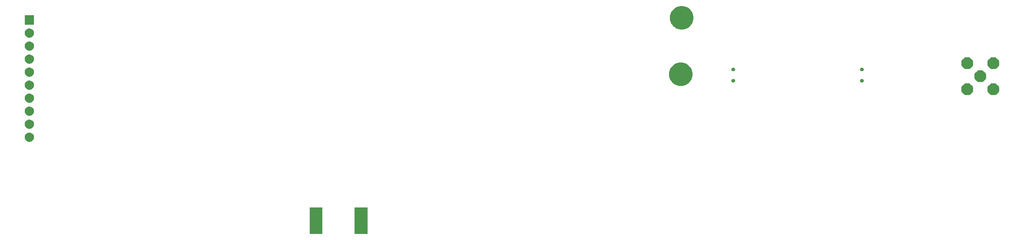
<source format=gbr>
G04 #@! TF.GenerationSoftware,KiCad,Pcbnew,5.1.5-52549c5~84~ubuntu18.04.1*
G04 #@! TF.CreationDate,2020-05-02T14:29:48+09:30*
G04 #@! TF.ProjectId,FrontEndMain,46726f6e-7445-46e6-944d-61696e2e6b69,rev?*
G04 #@! TF.SameCoordinates,Original*
G04 #@! TF.FileFunction,Soldermask,Bot*
G04 #@! TF.FilePolarity,Negative*
%FSLAX46Y46*%
G04 Gerber Fmt 4.6, Leading zero omitted, Abs format (unit mm)*
G04 Created by KiCad (PCBNEW 5.1.5-52549c5~84~ubuntu18.04.1) date 2020-05-02 14:29:48*
%MOMM*%
%LPD*%
G04 APERTURE LIST*
%ADD10C,0.100000*%
G04 APERTURE END LIST*
D10*
G36*
X109341000Y-102791000D02*
G01*
X106819000Y-102791000D01*
X106819000Y-97609000D01*
X109341000Y-97609000D01*
X109341000Y-102791000D01*
G37*
G36*
X100581000Y-102791000D02*
G01*
X98059000Y-102791000D01*
X98059000Y-97609000D01*
X100581000Y-97609000D01*
X100581000Y-102791000D01*
G37*
G36*
X43613512Y-83003927D02*
G01*
X43762812Y-83033624D01*
X43926784Y-83101544D01*
X44074354Y-83200147D01*
X44199853Y-83325646D01*
X44298456Y-83473216D01*
X44366376Y-83637188D01*
X44401000Y-83811259D01*
X44401000Y-83988741D01*
X44366376Y-84162812D01*
X44298456Y-84326784D01*
X44199853Y-84474354D01*
X44074354Y-84599853D01*
X43926784Y-84698456D01*
X43762812Y-84766376D01*
X43613512Y-84796073D01*
X43588742Y-84801000D01*
X43411258Y-84801000D01*
X43386488Y-84796073D01*
X43237188Y-84766376D01*
X43073216Y-84698456D01*
X42925646Y-84599853D01*
X42800147Y-84474354D01*
X42701544Y-84326784D01*
X42633624Y-84162812D01*
X42599000Y-83988741D01*
X42599000Y-83811259D01*
X42633624Y-83637188D01*
X42701544Y-83473216D01*
X42800147Y-83325646D01*
X42925646Y-83200147D01*
X43073216Y-83101544D01*
X43237188Y-83033624D01*
X43386488Y-83003927D01*
X43411258Y-82999000D01*
X43588742Y-82999000D01*
X43613512Y-83003927D01*
G37*
G36*
X43613512Y-80463927D02*
G01*
X43762812Y-80493624D01*
X43926784Y-80561544D01*
X44074354Y-80660147D01*
X44199853Y-80785646D01*
X44298456Y-80933216D01*
X44366376Y-81097188D01*
X44401000Y-81271259D01*
X44401000Y-81448741D01*
X44366376Y-81622812D01*
X44298456Y-81786784D01*
X44199853Y-81934354D01*
X44074354Y-82059853D01*
X43926784Y-82158456D01*
X43762812Y-82226376D01*
X43613512Y-82256073D01*
X43588742Y-82261000D01*
X43411258Y-82261000D01*
X43386488Y-82256073D01*
X43237188Y-82226376D01*
X43073216Y-82158456D01*
X42925646Y-82059853D01*
X42800147Y-81934354D01*
X42701544Y-81786784D01*
X42633624Y-81622812D01*
X42599000Y-81448741D01*
X42599000Y-81271259D01*
X42633624Y-81097188D01*
X42701544Y-80933216D01*
X42800147Y-80785646D01*
X42925646Y-80660147D01*
X43073216Y-80561544D01*
X43237188Y-80493624D01*
X43386488Y-80463927D01*
X43411258Y-80459000D01*
X43588742Y-80459000D01*
X43613512Y-80463927D01*
G37*
G36*
X43613512Y-77923927D02*
G01*
X43762812Y-77953624D01*
X43926784Y-78021544D01*
X44074354Y-78120147D01*
X44199853Y-78245646D01*
X44298456Y-78393216D01*
X44366376Y-78557188D01*
X44401000Y-78731259D01*
X44401000Y-78908741D01*
X44366376Y-79082812D01*
X44298456Y-79246784D01*
X44199853Y-79394354D01*
X44074354Y-79519853D01*
X43926784Y-79618456D01*
X43762812Y-79686376D01*
X43613512Y-79716073D01*
X43588742Y-79721000D01*
X43411258Y-79721000D01*
X43386488Y-79716073D01*
X43237188Y-79686376D01*
X43073216Y-79618456D01*
X42925646Y-79519853D01*
X42800147Y-79394354D01*
X42701544Y-79246784D01*
X42633624Y-79082812D01*
X42599000Y-78908741D01*
X42599000Y-78731259D01*
X42633624Y-78557188D01*
X42701544Y-78393216D01*
X42800147Y-78245646D01*
X42925646Y-78120147D01*
X43073216Y-78021544D01*
X43237188Y-77953624D01*
X43386488Y-77923927D01*
X43411258Y-77919000D01*
X43588742Y-77919000D01*
X43613512Y-77923927D01*
G37*
G36*
X43613512Y-75383927D02*
G01*
X43762812Y-75413624D01*
X43926784Y-75481544D01*
X44074354Y-75580147D01*
X44199853Y-75705646D01*
X44298456Y-75853216D01*
X44366376Y-76017188D01*
X44401000Y-76191259D01*
X44401000Y-76368741D01*
X44366376Y-76542812D01*
X44298456Y-76706784D01*
X44199853Y-76854354D01*
X44074354Y-76979853D01*
X43926784Y-77078456D01*
X43762812Y-77146376D01*
X43613512Y-77176073D01*
X43588742Y-77181000D01*
X43411258Y-77181000D01*
X43386488Y-77176073D01*
X43237188Y-77146376D01*
X43073216Y-77078456D01*
X42925646Y-76979853D01*
X42800147Y-76854354D01*
X42701544Y-76706784D01*
X42633624Y-76542812D01*
X42599000Y-76368741D01*
X42599000Y-76191259D01*
X42633624Y-76017188D01*
X42701544Y-75853216D01*
X42800147Y-75705646D01*
X42925646Y-75580147D01*
X43073216Y-75481544D01*
X43237188Y-75413624D01*
X43386488Y-75383927D01*
X43411258Y-75379000D01*
X43588742Y-75379000D01*
X43613512Y-75383927D01*
G37*
G36*
X231331560Y-73379064D02*
G01*
X231483027Y-73409193D01*
X231697045Y-73497842D01*
X231697046Y-73497843D01*
X231889654Y-73626539D01*
X232053461Y-73790346D01*
X232079116Y-73828742D01*
X232182158Y-73982955D01*
X232270807Y-74196973D01*
X232316000Y-74424174D01*
X232316000Y-74655826D01*
X232270807Y-74883027D01*
X232182158Y-75097045D01*
X232182157Y-75097046D01*
X232053461Y-75289654D01*
X231889654Y-75453461D01*
X231761249Y-75539258D01*
X231697045Y-75582158D01*
X231483027Y-75670807D01*
X231331560Y-75700936D01*
X231255827Y-75716000D01*
X231024173Y-75716000D01*
X230948440Y-75700936D01*
X230796973Y-75670807D01*
X230582955Y-75582158D01*
X230518751Y-75539258D01*
X230390346Y-75453461D01*
X230226539Y-75289654D01*
X230097843Y-75097046D01*
X230097842Y-75097045D01*
X230009193Y-74883027D01*
X229964000Y-74655826D01*
X229964000Y-74424174D01*
X230009193Y-74196973D01*
X230097842Y-73982955D01*
X230200884Y-73828742D01*
X230226539Y-73790346D01*
X230390346Y-73626539D01*
X230582954Y-73497843D01*
X230582955Y-73497842D01*
X230796973Y-73409193D01*
X230948440Y-73379064D01*
X231024173Y-73364000D01*
X231255827Y-73364000D01*
X231331560Y-73379064D01*
G37*
G36*
X226251560Y-73379064D02*
G01*
X226403027Y-73409193D01*
X226617045Y-73497842D01*
X226617046Y-73497843D01*
X226809654Y-73626539D01*
X226973461Y-73790346D01*
X226999116Y-73828742D01*
X227102158Y-73982955D01*
X227190807Y-74196973D01*
X227236000Y-74424174D01*
X227236000Y-74655826D01*
X227190807Y-74883027D01*
X227102158Y-75097045D01*
X227102157Y-75097046D01*
X226973461Y-75289654D01*
X226809654Y-75453461D01*
X226681249Y-75539258D01*
X226617045Y-75582158D01*
X226403027Y-75670807D01*
X226251560Y-75700936D01*
X226175827Y-75716000D01*
X225944173Y-75716000D01*
X225868440Y-75700936D01*
X225716973Y-75670807D01*
X225502955Y-75582158D01*
X225438751Y-75539258D01*
X225310346Y-75453461D01*
X225146539Y-75289654D01*
X225017843Y-75097046D01*
X225017842Y-75097045D01*
X224929193Y-74883027D01*
X224884000Y-74655826D01*
X224884000Y-74424174D01*
X224929193Y-74196973D01*
X225017842Y-73982955D01*
X225120884Y-73828742D01*
X225146539Y-73790346D01*
X225310346Y-73626539D01*
X225502954Y-73497843D01*
X225502955Y-73497842D01*
X225716973Y-73409193D01*
X225868440Y-73379064D01*
X225944173Y-73364000D01*
X226175827Y-73364000D01*
X226251560Y-73379064D01*
G37*
G36*
X43613512Y-72843927D02*
G01*
X43762812Y-72873624D01*
X43926784Y-72941544D01*
X44074354Y-73040147D01*
X44199853Y-73165646D01*
X44298456Y-73313216D01*
X44366376Y-73477188D01*
X44401000Y-73651259D01*
X44401000Y-73828741D01*
X44366376Y-74002812D01*
X44298456Y-74166784D01*
X44199853Y-74314354D01*
X44074354Y-74439853D01*
X43926784Y-74538456D01*
X43762812Y-74606376D01*
X43613512Y-74636073D01*
X43588742Y-74641000D01*
X43411258Y-74641000D01*
X43386488Y-74636073D01*
X43237188Y-74606376D01*
X43073216Y-74538456D01*
X42925646Y-74439853D01*
X42800147Y-74314354D01*
X42701544Y-74166784D01*
X42633624Y-74002812D01*
X42599000Y-73828741D01*
X42599000Y-73651259D01*
X42633624Y-73477188D01*
X42701544Y-73313216D01*
X42800147Y-73165646D01*
X42925646Y-73040147D01*
X43073216Y-72941544D01*
X43237188Y-72873624D01*
X43386488Y-72843927D01*
X43411258Y-72839000D01*
X43588742Y-72839000D01*
X43613512Y-72843927D01*
G37*
G36*
X170971304Y-69387002D02*
G01*
X171390139Y-69560489D01*
X171390141Y-69560490D01*
X171413094Y-69575827D01*
X171767082Y-69812354D01*
X172087646Y-70132918D01*
X172198618Y-70299000D01*
X172334364Y-70502157D01*
X172339511Y-70509861D01*
X172512998Y-70928696D01*
X172601440Y-71373327D01*
X172601440Y-71826673D01*
X172512998Y-72271304D01*
X172393616Y-72559518D01*
X172339510Y-72690141D01*
X172299743Y-72749656D01*
X172087646Y-73067082D01*
X171767082Y-73387646D01*
X171633073Y-73477188D01*
X171390141Y-73639510D01*
X171390140Y-73639511D01*
X171390139Y-73639511D01*
X170971304Y-73812998D01*
X170526673Y-73901440D01*
X170073327Y-73901440D01*
X169628696Y-73812998D01*
X169209861Y-73639511D01*
X169209860Y-73639511D01*
X169209859Y-73639510D01*
X168966927Y-73477188D01*
X168832918Y-73387646D01*
X168512354Y-73067082D01*
X168300257Y-72749656D01*
X168260490Y-72690141D01*
X168206384Y-72559518D01*
X168087002Y-72271304D01*
X167998560Y-71826673D01*
X167998560Y-71373327D01*
X168087002Y-70928696D01*
X168260489Y-70509861D01*
X168265637Y-70502157D01*
X168401382Y-70299000D01*
X168512354Y-70132918D01*
X168832918Y-69812354D01*
X169186906Y-69575827D01*
X169209859Y-69560490D01*
X169209861Y-69560489D01*
X169628696Y-69387002D01*
X170073327Y-69298560D01*
X170526673Y-69298560D01*
X170971304Y-69387002D01*
G37*
G36*
X205668842Y-72532680D02*
G01*
X205733629Y-72559516D01*
X205791937Y-72598476D01*
X205841524Y-72648063D01*
X205880484Y-72706371D01*
X205907320Y-72771158D01*
X205921000Y-72839937D01*
X205921000Y-72910063D01*
X205907320Y-72978842D01*
X205880484Y-73043629D01*
X205841524Y-73101937D01*
X205791937Y-73151524D01*
X205733629Y-73190484D01*
X205668842Y-73217320D01*
X205600063Y-73231000D01*
X205529937Y-73231000D01*
X205461158Y-73217320D01*
X205396371Y-73190484D01*
X205338063Y-73151524D01*
X205288476Y-73101937D01*
X205249516Y-73043629D01*
X205222680Y-72978842D01*
X205209000Y-72910063D01*
X205209000Y-72839937D01*
X205222680Y-72771158D01*
X205249516Y-72706371D01*
X205288476Y-72648063D01*
X205338063Y-72598476D01*
X205396371Y-72559516D01*
X205461158Y-72532680D01*
X205529937Y-72519000D01*
X205600063Y-72519000D01*
X205668842Y-72532680D01*
G37*
G36*
X180623842Y-72532680D02*
G01*
X180688629Y-72559516D01*
X180746937Y-72598476D01*
X180796524Y-72648063D01*
X180835484Y-72706371D01*
X180862320Y-72771158D01*
X180876000Y-72839937D01*
X180876000Y-72910063D01*
X180862320Y-72978842D01*
X180835484Y-73043629D01*
X180796524Y-73101937D01*
X180746937Y-73151524D01*
X180688629Y-73190484D01*
X180623842Y-73217320D01*
X180555063Y-73231000D01*
X180484937Y-73231000D01*
X180416158Y-73217320D01*
X180351371Y-73190484D01*
X180293063Y-73151524D01*
X180243476Y-73101937D01*
X180204516Y-73043629D01*
X180177680Y-72978842D01*
X180164000Y-72910063D01*
X180164000Y-72839937D01*
X180177680Y-72771158D01*
X180204516Y-72706371D01*
X180243476Y-72648063D01*
X180293063Y-72598476D01*
X180351371Y-72559516D01*
X180416158Y-72532680D01*
X180484937Y-72519000D01*
X180555063Y-72519000D01*
X180623842Y-72532680D01*
G37*
G36*
X228791560Y-70839064D02*
G01*
X228943027Y-70869193D01*
X229157045Y-70957842D01*
X229157046Y-70957843D01*
X229349654Y-71086539D01*
X229513461Y-71250346D01*
X229539116Y-71288742D01*
X229642158Y-71442955D01*
X229730807Y-71656973D01*
X229776000Y-71884174D01*
X229776000Y-72115826D01*
X229730807Y-72343027D01*
X229642158Y-72557045D01*
X229599258Y-72621249D01*
X229513461Y-72749654D01*
X229349654Y-72913461D01*
X229251805Y-72978841D01*
X229157045Y-73042158D01*
X228943027Y-73130807D01*
X228838875Y-73151524D01*
X228715827Y-73176000D01*
X228484173Y-73176000D01*
X228361125Y-73151524D01*
X228256973Y-73130807D01*
X228042955Y-73042158D01*
X227948195Y-72978841D01*
X227850346Y-72913461D01*
X227686539Y-72749654D01*
X227600742Y-72621249D01*
X227557842Y-72557045D01*
X227469193Y-72343027D01*
X227424000Y-72115826D01*
X227424000Y-71884174D01*
X227469193Y-71656973D01*
X227557842Y-71442955D01*
X227660884Y-71288742D01*
X227686539Y-71250346D01*
X227850346Y-71086539D01*
X228042954Y-70957843D01*
X228042955Y-70957842D01*
X228256973Y-70869193D01*
X228408440Y-70839064D01*
X228484173Y-70824000D01*
X228715827Y-70824000D01*
X228791560Y-70839064D01*
G37*
G36*
X43613512Y-70303927D02*
G01*
X43762812Y-70333624D01*
X43926784Y-70401544D01*
X44074354Y-70500147D01*
X44199853Y-70625646D01*
X44298456Y-70773216D01*
X44366376Y-70937188D01*
X44401000Y-71111259D01*
X44401000Y-71288741D01*
X44366376Y-71462812D01*
X44298456Y-71626784D01*
X44199853Y-71774354D01*
X44074354Y-71899853D01*
X43926784Y-71998456D01*
X43762812Y-72066376D01*
X43613512Y-72096073D01*
X43588742Y-72101000D01*
X43411258Y-72101000D01*
X43386488Y-72096073D01*
X43237188Y-72066376D01*
X43073216Y-71998456D01*
X42925646Y-71899853D01*
X42800147Y-71774354D01*
X42701544Y-71626784D01*
X42633624Y-71462812D01*
X42599000Y-71288741D01*
X42599000Y-71111259D01*
X42633624Y-70937188D01*
X42701544Y-70773216D01*
X42800147Y-70625646D01*
X42925646Y-70500147D01*
X43073216Y-70401544D01*
X43237188Y-70333624D01*
X43386488Y-70303927D01*
X43411258Y-70299000D01*
X43588742Y-70299000D01*
X43613512Y-70303927D01*
G37*
G36*
X180623842Y-70322680D02*
G01*
X180688629Y-70349516D01*
X180746937Y-70388476D01*
X180796524Y-70438063D01*
X180835484Y-70496371D01*
X180862320Y-70561158D01*
X180876000Y-70629937D01*
X180876000Y-70700063D01*
X180862320Y-70768842D01*
X180835484Y-70833629D01*
X180796524Y-70891937D01*
X180746937Y-70941524D01*
X180688629Y-70980484D01*
X180623842Y-71007320D01*
X180555063Y-71021000D01*
X180484937Y-71021000D01*
X180416158Y-71007320D01*
X180351371Y-70980484D01*
X180293063Y-70941524D01*
X180243476Y-70891937D01*
X180204516Y-70833629D01*
X180177680Y-70768842D01*
X180164000Y-70700063D01*
X180164000Y-70629937D01*
X180177680Y-70561158D01*
X180204516Y-70496371D01*
X180243476Y-70438063D01*
X180293063Y-70388476D01*
X180351371Y-70349516D01*
X180416158Y-70322680D01*
X180484937Y-70309000D01*
X180555063Y-70309000D01*
X180623842Y-70322680D01*
G37*
G36*
X205668842Y-70322680D02*
G01*
X205733629Y-70349516D01*
X205791937Y-70388476D01*
X205841524Y-70438063D01*
X205880484Y-70496371D01*
X205907320Y-70561158D01*
X205921000Y-70629937D01*
X205921000Y-70700063D01*
X205907320Y-70768842D01*
X205880484Y-70833629D01*
X205841524Y-70891937D01*
X205791937Y-70941524D01*
X205733629Y-70980484D01*
X205668842Y-71007320D01*
X205600063Y-71021000D01*
X205529937Y-71021000D01*
X205461158Y-71007320D01*
X205396371Y-70980484D01*
X205338063Y-70941524D01*
X205288476Y-70891937D01*
X205249516Y-70833629D01*
X205222680Y-70768842D01*
X205209000Y-70700063D01*
X205209000Y-70629937D01*
X205222680Y-70561158D01*
X205249516Y-70496371D01*
X205288476Y-70438063D01*
X205338063Y-70388476D01*
X205396371Y-70349516D01*
X205461158Y-70322680D01*
X205529937Y-70309000D01*
X205600063Y-70309000D01*
X205668842Y-70322680D01*
G37*
G36*
X226251560Y-68299064D02*
G01*
X226403027Y-68329193D01*
X226617045Y-68417842D01*
X226617046Y-68417843D01*
X226809654Y-68546539D01*
X226973461Y-68710346D01*
X226999116Y-68748742D01*
X227102158Y-68902955D01*
X227190807Y-69116973D01*
X227236000Y-69344174D01*
X227236000Y-69575826D01*
X227190807Y-69803027D01*
X227102158Y-70017045D01*
X227102157Y-70017046D01*
X226973461Y-70209654D01*
X226809654Y-70373461D01*
X226712970Y-70438063D01*
X226617045Y-70502158D01*
X226403027Y-70590807D01*
X226251560Y-70620936D01*
X226175827Y-70636000D01*
X225944173Y-70636000D01*
X225868440Y-70620936D01*
X225716973Y-70590807D01*
X225502955Y-70502158D01*
X225407030Y-70438063D01*
X225310346Y-70373461D01*
X225146539Y-70209654D01*
X225017843Y-70017046D01*
X225017842Y-70017045D01*
X224929193Y-69803027D01*
X224884000Y-69575826D01*
X224884000Y-69344174D01*
X224929193Y-69116973D01*
X225017842Y-68902955D01*
X225120884Y-68748742D01*
X225146539Y-68710346D01*
X225310346Y-68546539D01*
X225502954Y-68417843D01*
X225502955Y-68417842D01*
X225716973Y-68329193D01*
X225868440Y-68299064D01*
X225944173Y-68284000D01*
X226175827Y-68284000D01*
X226251560Y-68299064D01*
G37*
G36*
X231331560Y-68299064D02*
G01*
X231483027Y-68329193D01*
X231697045Y-68417842D01*
X231697046Y-68417843D01*
X231889654Y-68546539D01*
X232053461Y-68710346D01*
X232079116Y-68748742D01*
X232182158Y-68902955D01*
X232270807Y-69116973D01*
X232316000Y-69344174D01*
X232316000Y-69575826D01*
X232270807Y-69803027D01*
X232182158Y-70017045D01*
X232182157Y-70017046D01*
X232053461Y-70209654D01*
X231889654Y-70373461D01*
X231792970Y-70438063D01*
X231697045Y-70502158D01*
X231483027Y-70590807D01*
X231331560Y-70620936D01*
X231255827Y-70636000D01*
X231024173Y-70636000D01*
X230948440Y-70620936D01*
X230796973Y-70590807D01*
X230582955Y-70502158D01*
X230487030Y-70438063D01*
X230390346Y-70373461D01*
X230226539Y-70209654D01*
X230097843Y-70017046D01*
X230097842Y-70017045D01*
X230009193Y-69803027D01*
X229964000Y-69575826D01*
X229964000Y-69344174D01*
X230009193Y-69116973D01*
X230097842Y-68902955D01*
X230200884Y-68748742D01*
X230226539Y-68710346D01*
X230390346Y-68546539D01*
X230582954Y-68417843D01*
X230582955Y-68417842D01*
X230796973Y-68329193D01*
X230948440Y-68299064D01*
X231024173Y-68284000D01*
X231255827Y-68284000D01*
X231331560Y-68299064D01*
G37*
G36*
X43613512Y-67763927D02*
G01*
X43762812Y-67793624D01*
X43926784Y-67861544D01*
X44074354Y-67960147D01*
X44199853Y-68085646D01*
X44298456Y-68233216D01*
X44366376Y-68397188D01*
X44401000Y-68571259D01*
X44401000Y-68748741D01*
X44366376Y-68922812D01*
X44298456Y-69086784D01*
X44199853Y-69234354D01*
X44074354Y-69359853D01*
X43926784Y-69458456D01*
X43762812Y-69526376D01*
X43613512Y-69556073D01*
X43588742Y-69561000D01*
X43411258Y-69561000D01*
X43386488Y-69556073D01*
X43237188Y-69526376D01*
X43073216Y-69458456D01*
X42925646Y-69359853D01*
X42800147Y-69234354D01*
X42701544Y-69086784D01*
X42633624Y-68922812D01*
X42599000Y-68748741D01*
X42599000Y-68571259D01*
X42633624Y-68397188D01*
X42701544Y-68233216D01*
X42800147Y-68085646D01*
X42925646Y-67960147D01*
X43073216Y-67861544D01*
X43237188Y-67793624D01*
X43386488Y-67763927D01*
X43411258Y-67759000D01*
X43588742Y-67759000D01*
X43613512Y-67763927D01*
G37*
G36*
X43613512Y-65223927D02*
G01*
X43762812Y-65253624D01*
X43926784Y-65321544D01*
X44074354Y-65420147D01*
X44199853Y-65545646D01*
X44298456Y-65693216D01*
X44366376Y-65857188D01*
X44401000Y-66031259D01*
X44401000Y-66208741D01*
X44366376Y-66382812D01*
X44298456Y-66546784D01*
X44199853Y-66694354D01*
X44074354Y-66819853D01*
X43926784Y-66918456D01*
X43762812Y-66986376D01*
X43613512Y-67016073D01*
X43588742Y-67021000D01*
X43411258Y-67021000D01*
X43386488Y-67016073D01*
X43237188Y-66986376D01*
X43073216Y-66918456D01*
X42925646Y-66819853D01*
X42800147Y-66694354D01*
X42701544Y-66546784D01*
X42633624Y-66382812D01*
X42599000Y-66208741D01*
X42599000Y-66031259D01*
X42633624Y-65857188D01*
X42701544Y-65693216D01*
X42800147Y-65545646D01*
X42925646Y-65420147D01*
X43073216Y-65321544D01*
X43237188Y-65253624D01*
X43386488Y-65223927D01*
X43411258Y-65219000D01*
X43588742Y-65219000D01*
X43613512Y-65223927D01*
G37*
G36*
X43613512Y-62683927D02*
G01*
X43762812Y-62713624D01*
X43926784Y-62781544D01*
X44074354Y-62880147D01*
X44199853Y-63005646D01*
X44298456Y-63153216D01*
X44366376Y-63317188D01*
X44401000Y-63491259D01*
X44401000Y-63668741D01*
X44366376Y-63842812D01*
X44298456Y-64006784D01*
X44199853Y-64154354D01*
X44074354Y-64279853D01*
X43926784Y-64378456D01*
X43762812Y-64446376D01*
X43613512Y-64476073D01*
X43588742Y-64481000D01*
X43411258Y-64481000D01*
X43386488Y-64476073D01*
X43237188Y-64446376D01*
X43073216Y-64378456D01*
X42925646Y-64279853D01*
X42800147Y-64154354D01*
X42701544Y-64006784D01*
X42633624Y-63842812D01*
X42599000Y-63668741D01*
X42599000Y-63491259D01*
X42633624Y-63317188D01*
X42701544Y-63153216D01*
X42800147Y-63005646D01*
X42925646Y-62880147D01*
X43073216Y-62781544D01*
X43237188Y-62713624D01*
X43386488Y-62683927D01*
X43411258Y-62679000D01*
X43588742Y-62679000D01*
X43613512Y-62683927D01*
G37*
G36*
X171171304Y-58387002D02*
G01*
X171590139Y-58560489D01*
X171590141Y-58560490D01*
X171779891Y-58687277D01*
X171967082Y-58812354D01*
X172287646Y-59132918D01*
X172539511Y-59509861D01*
X172712998Y-59928696D01*
X172801440Y-60373327D01*
X172801440Y-60826673D01*
X172712998Y-61271304D01*
X172539511Y-61690139D01*
X172539510Y-61690141D01*
X172287645Y-62067083D01*
X171967083Y-62387645D01*
X171590141Y-62639510D01*
X171590140Y-62639511D01*
X171590139Y-62639511D01*
X171171304Y-62812998D01*
X170726673Y-62901440D01*
X170273327Y-62901440D01*
X169828696Y-62812998D01*
X169409861Y-62639511D01*
X169409860Y-62639511D01*
X169409859Y-62639510D01*
X169032917Y-62387645D01*
X168712355Y-62067083D01*
X168460490Y-61690141D01*
X168460489Y-61690139D01*
X168287002Y-61271304D01*
X168198560Y-60826673D01*
X168198560Y-60373327D01*
X168287002Y-59928696D01*
X168460489Y-59509861D01*
X168712354Y-59132918D01*
X169032918Y-58812354D01*
X169220109Y-58687277D01*
X169409859Y-58560490D01*
X169409861Y-58560489D01*
X169828696Y-58387002D01*
X170273327Y-58298560D01*
X170726673Y-58298560D01*
X171171304Y-58387002D01*
G37*
G36*
X44401000Y-61941000D02*
G01*
X42599000Y-61941000D01*
X42599000Y-60139000D01*
X44401000Y-60139000D01*
X44401000Y-61941000D01*
G37*
M02*

</source>
